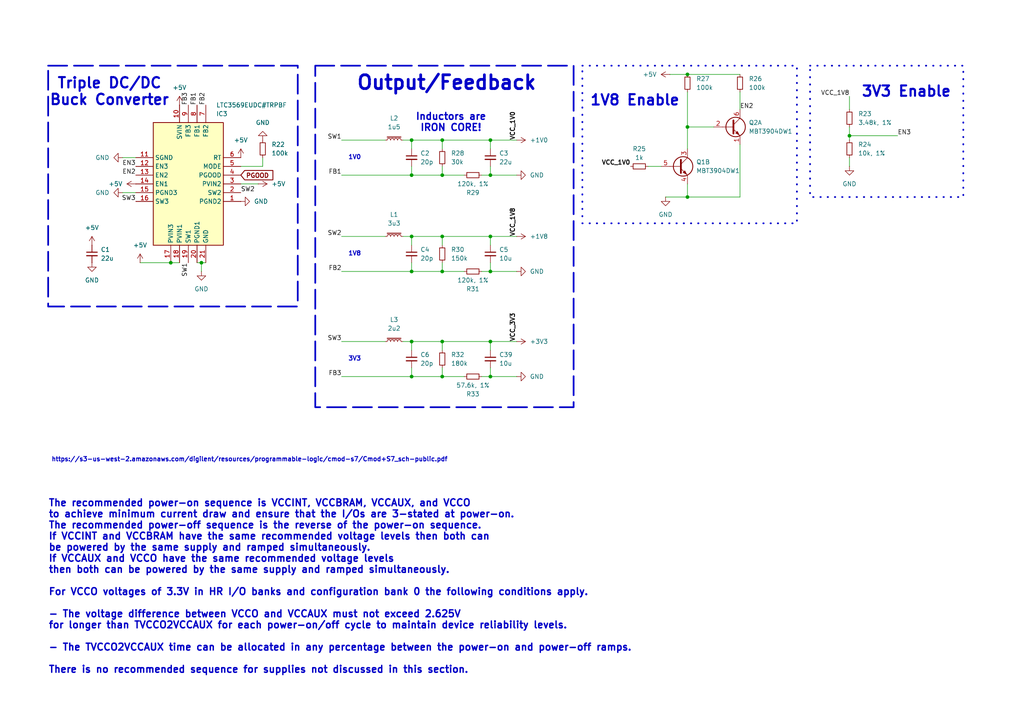
<source format=kicad_sch>
(kicad_sch (version 20231120) (generator "eeschema") (generator_version "8.0")
  (paper "A4")
  (title_block (company "University of Texas at Austin / Phoenix Semiconductor") (comment 1 "Connor Leu"))
  (lib_symbols
    (symbol "Device:C_Small" (pin_numbers hide) (pin_names (offset 0.254) hide)
      (property "Reference" "C" (at 0.254 1.778 0))
      (property "Value" "C_Small" (at 0.254 -2.032 0))
      (symbol "C_Small_0_1"
        (polyline (pts (xy -1.524 -0.508) (xy 1.524 -0.508)) (stroke (width 0.3302)))
        (polyline (pts (xy -1.524 0.508) (xy 1.524 0.508)) (stroke (width 0.3048)))
      )
      (symbol "C_Small_1_1"
        (pin passive line (at 0 2.54 270) (length 2.032) (name "~") (number "1"))
        (pin passive line (at 0 -2.54 90) (length 2.032) (name "~") (number "2"))
      )
    )
    (symbol "Device:L_Iron_Small" (pin_numbers hide) (pin_names (offset 0.254) hide)
      (property "Reference" "L" (at 1.27 1.016 0))
      (property "Value" "L_Iron_Small" (at 1.27 -1.27 0))
      (symbol "L_Iron_Small_0_1"
        (arc (start 0 -2.032) (mid 0.5058 -1.524) (end 0 -1.016))
        (arc (start 0 -1.016) (mid 0.5058 -0.508) (end 0 0))
        (polyline (pts (xy 0.762 2.032) (xy 0.762 -2.032)))
        (polyline (pts (xy 1.016 -2.032) (xy 1.016 2.032)))
        (arc (start 0 0) (mid 0.5058 0.508) (end 0 1.016))
        (arc (start 0 1.016) (mid 0.5058 1.524) (end 0 2.032))
      )
      (symbol "L_Iron_Small_1_1"
        (pin passive line (at 0 2.54 270) (length 0.508) (name "~") (number "1"))
        (pin passive line (at 0 -2.54 90) (length 0.508) (name "~") (number "2"))
      )
    )
    (symbol "Device:R_Small" (pin_numbers hide) (pin_names (offset 0.254) hide)
      (property "Reference" "R" (at 0.762 0.508 0))
      (property "Value" "R_Small" (at 0.762 -1.016 0))
      (symbol "R_Small_0_1"
        (rectangle (start -0.762 1.778) (end 0.762 -1.778) (stroke (width 0.2032)))
      )
      (symbol "R_Small_1_1"
        (pin passive line (at 0 2.54 270) (length 0.762) (name "~") (number "1"))
        (pin passive line (at 0 -2.54 90) (length 0.762) (name "~") (number "2"))
      )
    )
    (symbol "LTC-3569:LTC3569EUDC#TRPBF"
      (property "Reference" "IC" (at 26.67 17.78 0))
      (property "Value" "LTC3569EUDC#TRPBF" (at 26.67 15.24 0))
      (symbol "LTC3569EUDC#TRPBF_1_1"
        (rectangle (start 5.08 12.7) (end 25.4 -22.86) (stroke (width 0.254)) (fill (type background)))
        (pin passive line (at 0 0 0) (length 5.08) (name "PGND2") (number "1"))
        (pin passive line (at 17.78 -27.94 90) (length 5.08) (name "SVIN") (number "10"))
        (pin passive line (at 30.48 -12.7 180) (length 5.08) (name "SGND") (number "11"))
        (pin passive line (at 30.48 -10.16 180) (length 5.08) (name "EN3") (number "12"))
        (pin passive line (at 30.48 -7.62 180) (length 5.08) (name "EN2") (number "13"))
        (pin passive line (at 30.48 -5.08 180) (length 5.08) (name "EN1") (number "14"))
        (pin passive line (at 30.48 -2.54 180) (length 5.08) (name "PGND3") (number "15"))
        (pin passive line (at 30.48 0 180) (length 5.08) (name "SW3") (number "16"))
        (pin passive line (at 20.32 17.78 270) (length 5.08) (name "PVIN3") (number "17"))
        (pin passive line (at 17.78 17.78 270) (length 5.08) (name "PVIN1") (number "18"))
        (pin passive line (at 15.24 17.78 270) (length 5.08) (name "SW1") (number "19"))
        (pin passive line (at 0 -2.54 0) (length 5.08) (name "SW2") (number "2"))
        (pin passive line (at 12.7 17.78 270) (length 5.08) (name "PGND1") (number "20"))
        (pin passive line (at 10.16 17.78 270) (length 5.08) (name "GND") (number "21"))
        (pin passive line (at 0 -5.08 0) (length 5.08) (name "PVIN2") (number "3"))
        (pin passive line (at 0 -7.62 0) (length 5.08) (name "PGOOD") (number "4"))
        (pin passive line (at 0 -10.16 0) (length 5.08) (name "MODE") (number "5"))
        (pin passive line (at 0 -12.7 0) (length 5.08) (name "RT") (number "6"))
        (pin passive line (at 10.16 -27.94 90) (length 5.08) (name "FB2") (number "7"))
        (pin passive line (at 12.7 -27.94 90) (length 5.08) (name "FB1") (number "8"))
        (pin passive line (at 15.24 -27.94 90) (length 5.08) (name "FB3") (number "9"))
      )
    )
    (symbol "Transistor_BJT:MBT3904DW1" (pin_names (offset 0) hide)
      (property "Reference" "Q" (at 5.08 1.27 0))
      (property "Value" "MBT3904DW1" (at 5.08 -1.27 0))
      (symbol "MBT3904DW1_0_1"
        (polyline (pts (xy 0.635 0) (xy -2.54 0)))
        (polyline (pts (xy 0.635 0.635) (xy 2.54 2.54)))
        (polyline (pts (xy 0.635 -0.635) (xy 2.54 -2.54) (xy 2.54 -2.54)))
        (polyline (pts (xy 0.635 1.905) (xy 0.635 -1.905) (xy 0.635 -1.905)) (stroke (width 0.508)))
        (polyline (pts (xy 1.27 -1.778) (xy 1.778 -1.27) (xy 2.286 -2.286) (xy 1.27 -1.778) (xy 1.27 -1.778)) (fill (type outline)))
        (circle (center 1.27 0) (radius 2.8194) (stroke (width 0.254)))
      )
      (symbol "MBT3904DW1_1_1"
        (pin passive line (at 2.54 -5.08 90) (length 2.54) (name "E1") (number "1"))
        (pin input line (at -5.08 0 0) (length 2.54) (name "B1") (number "2"))
        (pin passive line (at 2.54 5.08 270) (length 2.54) (name "C1") (number "6"))
      )
      (symbol "MBT3904DW1_2_1"
        (pin passive line (at 2.54 5.08 270) (length 2.54) (name "C2") (number "3"))
        (pin passive line (at 2.54 -5.08 90) (length 2.54) (name "E2") (number "4"))
        (pin input line (at -5.08 0 0) (length 2.54) (name "B2") (number "5"))
      )
    )
    (symbol "power:+1V0" (power) (pin_numbers hide) (pin_names (offset 0) hide)
      (property "Value" "+1V0" (at 0 3.556 0))
      (symbol "+1V0_0_1"
        (polyline (pts (xy -0.762 1.27) (xy 0 2.54)))
        (polyline (pts (xy 0 0) (xy 0 2.54)))
        (polyline (pts (xy 0 2.54) (xy 0.762 1.27)))
      )
      (symbol "+1V0_1_1"
        (pin power_in line (at 0 0 90) (length 0) (name "~") (number "1"))
      )
    )
    (symbol "power:+1V8" (power) (pin_numbers hide) (pin_names (offset 0) hide)
      (property "Value" "+1V8" (at 0 3.556 0))
      (symbol "+1V8_0_1"
        (polyline (pts (xy -0.762 1.27) (xy 0 2.54)))
        (polyline (pts (xy 0 0) (xy 0 2.54)))
        (polyline (pts (xy 0 2.54) (xy 0.762 1.27)))
      )
      (symbol "+1V8_1_1"
        (pin power_in line (at 0 0 90) (length 0) (name "~") (number "1"))
      )
    )
    (symbol "power:+3V3" (power) (pin_numbers hide) (pin_names (offset 0) hide)
      (property "Value" "+3V3" (at 0 3.556 0))
      (symbol "+3V3_0_1"
        (polyline (pts (xy -0.762 1.27) (xy 0 2.54)))
        (polyline (pts (xy 0 0) (xy 0 2.54)))
        (polyline (pts (xy 0 2.54) (xy 0.762 1.27)))
      )
      (symbol "+3V3_1_1"
        (pin power_in line (at 0 0 90) (length 0) (name "~") (number "1"))
      )
    )
    (symbol "power:+5V" (power) (pin_numbers hide) (pin_names (offset 0) hide)
      (property "Value" "+5V" (at 0 3.556 0))
      (symbol "+5V_0_1"
        (polyline (pts (xy -0.762 1.27) (xy 0 2.54)))
        (polyline (pts (xy 0 0) (xy 0 2.54)))
        (polyline (pts (xy 0 2.54) (xy 0.762 1.27)))
      )
      (symbol "+5V_1_1"
        (pin power_in line (at 0 0 90) (length 0) (name "~") (number "1"))
      )
    )
    (symbol "power:GND" (power) (pin_numbers hide) (pin_names (offset 0) hide)
      (property "Value" "GND" (at 0 -3.81 0))
      (symbol "GND_0_1"
        (polyline (pts (xy 0 0) (xy 0 -1.27) (xy 1.27 -1.27) (xy 0 -2.54) (xy -1.27 -1.27) (xy 0 -1.27)))
      )
      (symbol "GND_1_1"
        (pin power_in line (at 0 0 270) (length 0) (name "~") (number "1"))
      )
    )
  )
  (junction (at 199.39 36.83))
  (junction (at 119.38 50.8))
  (junction (at 49.53 76.2))
  (junction (at 142.24 50.8))
  (junction (at 142.24 68.58))
  (junction (at 142.24 40.64))
  (junction (at 128.27 50.8))
  (junction (at 58.42 76.2))
  (junction (at 119.38 68.58))
  (junction (at 128.27 40.64))
  (junction (at 119.38 78.74))
  (junction (at 119.38 40.64))
  (junction (at 128.27 109.22))
  (junction (at 199.39 57.15))
  (junction (at 246.38 39.37))
  (junction (at 199.39 21.59))
  (junction (at 119.38 99.06))
  (junction (at 128.27 68.58))
  (junction (at 128.27 78.74))
  (junction (at 128.27 99.06))
  (junction (at 142.24 78.74))
  (junction (at 119.38 109.22))
  (junction (at 142.24 109.22))
  (junction (at 142.24 99.06))
  (wire (pts (xy 246.38 39.37) (xy 260.35 39.37)))
  (wire (pts (xy 119.38 48.26) (xy 119.38 50.8)))
  (wire (pts (xy 199.39 36.83) (xy 199.39 43.18)))
  (wire (pts (xy 35.56 55.88) (xy 39.37 55.88)))
  (wire (pts (xy 199.39 21.59) (xy 214.63 21.59)))
  (wire (pts (xy 199.39 53.34) (xy 199.39 57.15)))
  (wire (pts (xy 119.38 109.22) (xy 99.06 109.22)))
  (wire (pts (xy 142.24 109.22) (xy 149.86 109.22)))
  (wire (pts (xy 134.62 78.74) (xy 128.27 78.74)))
  (wire (pts (xy 142.24 106.68) (xy 142.24 109.22)))
  (wire (pts (xy 128.27 78.74) (xy 119.38 78.74)))
  (wire (pts (xy 134.62 109.22) (xy 128.27 109.22)))
  (wire (pts (xy 40.64 76.2) (xy 49.53 76.2)))
  (wire (pts (xy 119.38 40.64) (xy 119.38 43.18)))
  (wire (pts (xy 128.27 99.06) (xy 142.24 99.06)))
  (wire (pts (xy 214.63 57.15) (xy 199.39 57.15)))
  (wire (pts (xy 142.24 78.74) (xy 149.86 78.74)))
  (wire (pts (xy 246.38 45.72) (xy 246.38 48.26)))
  (wire (pts (xy 142.24 50.8) (xy 149.86 50.8)))
  (wire (pts (xy 142.24 40.64) (xy 149.86 40.64)))
  (wire (pts (xy 69.85 53.34) (xy 74.93 53.34)))
  (wire (pts (xy 246.38 39.37) (xy 246.38 40.64)))
  (wire (pts (xy 69.85 48.26) (xy 76.2 48.26)))
  (wire (pts (xy 194.31 21.59) (xy 199.39 21.59)))
  (wire (pts (xy 134.62 50.8) (xy 128.27 50.8)))
  (wire (pts (xy 199.39 26.67) (xy 199.39 36.83)))
  (wire (pts (xy 119.38 78.74) (xy 99.06 78.74)))
  (wire (pts (xy 128.27 50.8) (xy 119.38 50.8)))
  (wire (pts (xy 119.38 50.8) (xy 99.06 50.8)))
  (wire (pts (xy 246.38 36.83) (xy 246.38 39.37)))
  (wire (pts (xy 119.38 99.06) (xy 128.27 99.06)))
  (wire (pts (xy 142.24 68.58) (xy 142.24 71.12)))
  (wire (pts (xy 57.15 76.2) (xy 58.42 76.2)))
  (wire (pts (xy 128.27 99.06) (xy 128.27 101.6)))
  (wire (pts (xy 128.27 40.64) (xy 128.27 43.18)))
  (wire (pts (xy 119.38 106.68) (xy 119.38 109.22)))
  (wire (pts (xy 128.27 40.64) (xy 142.24 40.64)))
  (wire (pts (xy 119.38 68.58) (xy 119.38 71.12)))
  (wire (pts (xy 58.42 76.2) (xy 59.69 76.2)))
  (wire (pts (xy 193.04 57.15) (xy 199.39 57.15)))
  (wire (pts (xy 246.38 27.94) (xy 246.38 31.75)))
  (wire (pts (xy 58.42 76.2) (xy 58.42 78.74)))
  (wire (pts (xy 99.06 68.58) (xy 111.76 68.58)))
  (wire (pts (xy 142.24 99.06) (xy 142.24 101.6)))
  (wire (pts (xy 142.24 109.22) (xy 139.7 109.22)))
  (wire (pts (xy 119.38 76.2) (xy 119.38 78.74)))
  (wire (pts (xy 116.84 68.58) (xy 119.38 68.58)))
  (wire (pts (xy 199.39 36.83) (xy 207.01 36.83)))
  (wire (pts (xy 142.24 50.8) (xy 139.7 50.8)))
  (wire (pts (xy 142.24 68.58) (xy 149.86 68.58)))
  (wire (pts (xy 142.24 48.26) (xy 142.24 50.8)))
  (wire (pts (xy 116.84 99.06) (xy 119.38 99.06)))
  (wire (pts (xy 214.63 41.91) (xy 214.63 57.15)))
  (wire (pts (xy 128.27 76.2) (xy 128.27 78.74)))
  (wire (pts (xy 214.63 26.67) (xy 214.63 31.75)))
  (wire (pts (xy 142.24 99.06) (xy 149.86 99.06)))
  (wire (pts (xy 128.27 109.22) (xy 119.38 109.22)))
  (wire (pts (xy 99.06 40.64) (xy 111.76 40.64)))
  (wire (pts (xy 128.27 48.26) (xy 128.27 50.8)))
  (wire (pts (xy 116.84 40.64) (xy 119.38 40.64)))
  (wire (pts (xy 49.53 76.2) (xy 52.07 76.2)))
  (wire (pts (xy 142.24 40.64) (xy 142.24 43.18)))
  (wire (pts (xy 128.27 68.58) (xy 142.24 68.58)))
  (wire (pts (xy 119.38 99.06) (xy 119.38 101.6)))
  (wire (pts (xy 187.96 48.26) (xy 191.77 48.26)))
  (wire (pts (xy 119.38 40.64) (xy 128.27 40.64)))
  (wire (pts (xy 119.38 68.58) (xy 128.27 68.58)))
  (wire (pts (xy 76.2 48.26) (xy 76.2 45.72)))
  (wire (pts (xy 128.27 106.68) (xy 128.27 109.22)))
  (wire (pts (xy 35.56 45.72) (xy 39.37 45.72)))
  (wire (pts (xy 99.06 99.06) (xy 111.76 99.06)))
  (wire (pts (xy 142.24 76.2) (xy 142.24 78.74)))
  (wire (pts (xy 128.27 68.58) (xy 128.27 71.12)))
  (wire (pts (xy 142.24 78.74) (xy 139.7 78.74)))
  (rectangle (start 234.95 19.05) (end 279.4 57.15) (stroke (width 0.5) (type dot)))
  (rectangle (start 91.44 19.05) (end 166.37 118.11) (stroke (width 0.5) (type dash)))
  (rectangle (start 168.91 19.05) (end 231.14 64.77) (stroke (width 0.5) (type dot)))
  (rectangle (start 13.97 19.05) (end 86.36 88.9) (stroke (width 0.5) (type dash)))
  (text "3V3 Enable" (at 262.89 26.67 0) (effects (font (size 3 3) (thickness 0.6) (bold yes))))
  (text "3V3" (at 102.87 104.14 0) (effects (font (size 1.27 1.27) (bold yes))))
  (text "Triple DC/DC\nBuck Converter" (at 31.75 26.67 0) (effects (font (size 3 3) (bold yes))))
  (text "The recommended power-on sequence is VCCINT, VCCBRAM, VCCAUX, and VCCO\nto achieve minimum current draw and ensure that the I/Os are 3-stated at power-on.\nThe recommended power-off sequence is the reverse of the power-on sequence.\nIf VCCINT and VCCBRAM have the same recommended voltage levels then both can\nbe powered by the same supply and ramped simultaneously.\nIf VCCAUX and VCCO have the same recommended voltage levels\nthen both can be powered by the same supply and ramped simultaneously.\n\nFor VCCO voltages of 3.3V in HR I/O banks and configuration bank 0 the following conditions apply.\n\n- The voltage difference between VCCO and VCCAUX must not exceed 2.625V\nfor longer than TVCCO2VCCAUX for each power-on/off cycle to maintain device reliability levels.\n\n- The TVCCO2VCCAUX time can be allocated in any percentage between the power-on and power-off ramps.\n\nThere is no recommended sequence for supplies not discussed in this section." (at 13.97 170.18 0) (effects (font (size 2 2) (bold yes)) (justify left)))
  (text "1V0" (at 102.87 45.72 0) (effects (font (size 1.27 1.27) (bold yes))))
  (text "1V8" (at 102.87 73.66 0) (effects (font (size 1.27 1.27) (bold yes))))
  (text "Inductors are\nIRON CORE!" (at 130.81 35.56 0) (effects (font (size 2 2) (bold yes))))
  (text "https://s3-us-west-2.amazonaws.com/digilent/resources/programmable-logic/cmod-s7/Cmod+S7_sch-public.pdf" (at 72.39 133.35 0) (effects (font (size 1.27 1.27) (bold yes))))
  (text "Output/Feedback" (at 129.54 24.13 0) (effects (font (size 4 4) (bold yes))))
  (text "1V8 Enable" (at 184.15 29.21 0) (effects (font (size 3 3) (bold yes))))
  (label "FB3" (at 99.06 109.22 180))
  (label "VCC_3V3" (at 149.86 99.06 90) (effects (font (bold yes))))
  (label "SW3" (at 39.37 58.42 180))
  (label "FB1" (at 57.15 30.48 90))
  (label "EN2" (at 39.37 50.8 180))
  (label "VCC_1V8" (at 246.38 27.94 180))
  (label "FB3" (at 54.61 30.48 90))
  (label "VCC_1V0" (at 149.86 40.64 90) (effects (font (bold yes))))
  (label "VCC_1V0" (at 182.88 48.26 180) (effects (font (bold yes))))
  (label "SW2" (at 69.85 55.88 0))
  (label "VCC_1V8" (at 149.86 68.58 90) (effects (font (bold yes))))
  (label "SW2" (at 99.06 68.58 180))
  (label "SW1" (at 99.06 40.64 180))
  (label "EN3" (at 39.37 48.26 180))
  (label "SW1" (at 54.61 76.2 270))
  (label "FB2" (at 99.06 78.74 180))
  (label "SW3" (at 99.06 99.06 180))
  (label "EN3" (at 260.35 39.37 0))
  (label "FB1" (at 99.06 50.8 180))
  (label "EN2" (at 214.63 31.75 0))
  (label "FB2" (at 59.69 30.48 90))
  (global_label "PGOOD" (shape input) (at 69.85 50.8 0) (effects (font (bold yes))) (property "Intersheetrefs" "${INTERSHEET_REFS}" (effects (hide yes))))
  (symbol (lib_id "Device:L_Iron_Small") (at 114.3 99.06 90) (unit 1)
    (property "Reference" "L3" (at 114.3 92.71 90))
    (property "Value" "2u2" (at 114.3 95.25 90))
    (property "Footprint" "Capacitor_SMD:C_0201_0603Metric" (effects (hide yes)))
    (property "Description" "Inductor with iron core, small symbol" (effects (hide yes)))
  )
  (symbol (lib_id "power:GND") (at 246.38 48.26 0) (unit 1)
    (property "Reference" "#PWR0133" (effects (hide yes)))
    (property "Value" "GND" (at 246.38 53.34 0))
    (property "Description" "Power symbol creates a global label with name \"GND\" , ground" (effects (hide yes)))
  )
  (symbol (lib_id "Device:R_Small") (at 128.27 73.66 0) (unit 1)
    (property "Reference" "R30" (at 130.81 72.3899 0) (effects (justify left)))
    (property "Value" "150k" (at 130.81 74.9299 0) (effects (justify left)))
    (property "Footprint" "Resistor_SMD:R_0201_0603Metric" (effects (hide yes)))
    (property "Description" "Resistor, small symbol" (effects (hide yes)))
  )
  (symbol (lib_id "power:+3V3") (at 149.86 99.06 270) (unit 1)
    (property "Reference" "#PWR0140" (effects (hide yes)))
    (property "Value" "+3V3" (at 153.67 99.0599 90) (effects (justify left)))
    (property "Description" "Power symbol creates a global label with name \"+3V3\"" (effects (hide yes)))
  )
  (symbol (lib_id "power:GND") (at 35.56 55.88 270) (unit 1)
    (property "Reference" "#PWR07" (effects (hide yes)))
    (property "Value" "GND" (at 31.75 55.8799 90) (effects (justify right)))
    (property "Description" "Power symbol creates a global label with name \"GND\" , ground" (effects (hide yes)))
  )
  (symbol (lib_id "power:+1V8") (at 149.86 68.58 270) (unit 1)
    (property "Reference" "#PWR0138" (effects (hide yes)))
    (property "Value" "+1V8" (at 153.67 68.5799 90) (effects (justify left)))
    (property "Description" "Power symbol creates a global label with name \"+1V8\"" (effects (hide yes)))
  )
  (symbol (lib_id "power:GND") (at 58.42 78.74 0) (unit 1)
    (property "Reference" "#PWR05" (effects (hide yes)))
    (property "Value" "GND" (at 58.42 83.82 0))
    (property "Description" "Power symbol creates a global label with name \"GND\" , ground" (effects (hide yes)))
  )
  (symbol (lib_id "LTC-3569:LTC3569EUDC#TRPBF") (at 69.85 58.42 180) (unit 1)
    (property "Reference" "IC3" (at 62.7065 33.02 0) (effects (justify right)))
    (property "Value" "LTC3569EUDC#TRPBF" (at 62.7065 30.48 0) (effects (justify right)))
    (property "Footprint" "hardware:QFN50P300X400X80-21N-D" (effects (hide yes)))
    (property "Datasheet" "https://www.analog.com/media/en/technical-documentation/data-sheets/3569fe.pdf" (effects (hide yes)))
    (property "Description" "Switching Voltage Regulators Programmable 1.2A and 2X600mA, Triple Buck Regulator" (effects (hide yes)))
    (property "Height" "0.8" (effects (hide yes)))
    (property "Mouser Part Number" "584-LTC3569EUDCTRPBF" (effects (hide yes)))
    (property "Mouser Price/Stock" "https://www.mouser.co.uk/ProductDetail/Analog-Devices/LTC3569EUDCTRPBF?qs=hVkxg5c3xu%2Fr3095TifTJg%3D%3D" (effects (hide yes)))
    (property "Manufacturer_Name" "Analog Devices" (effects (hide yes)))
    (property "Manufacturer_Part_Number" "LTC3569EUDC#TRPBF" (effects (hide yes)))
  )
  (symbol (lib_id "power:GND") (at 149.86 50.8 90) (unit 1)
    (property "Reference" "#PWR0137" (effects (hide yes)))
    (property "Value" "GND" (at 153.67 50.7999 90) (effects (justify right)))
    (property "Description" "Power symbol creates a global label with name \"GND\" , ground" (effects (hide yes)))
  )
  (symbol (lib_id "Device:C_Small") (at 142.24 73.66 0) (unit 1)
    (property "Reference" "C5" (at 144.78 72.3962 0) (effects (justify left)))
    (property "Value" "10u" (at 144.78 74.9362 0) (effects (justify left)))
    (property "Footprint" "Capacitor_SMD:C_0201_0603Metric" (effects (hide yes)))
    (property "Description" "Unpolarized capacitor, small symbol" (effects (hide yes)))
  )
  (symbol (lib_id "power:GND") (at 149.86 78.74 90) (unit 1)
    (property "Reference" "#PWR0139" (effects (hide yes)))
    (property "Value" "GND" (at 153.67 78.7399 90) (effects (justify right)))
    (property "Description" "Power symbol creates a global label with name \"GND\" , ground" (effects (hide yes)))
  )
  (symbol (lib_id "power:+5V") (at 194.31 21.59 90) (unit 1)
    (property "Reference" "#PWR0135" (effects (hide yes)))
    (property "Value" "+5V" (at 190.5 21.5899 90) (effects (justify left)))
    (property "Description" "Power symbol creates a global label with name \"+5V\"" (effects (hide yes)))
  )
  (symbol (lib_id "power:GND") (at 26.67 76.2 0) (unit 1)
    (property "Reference" "#PWR09" (effects (hide yes)))
    (property "Value" "GND" (at 26.67 81.28 0))
    (property "Description" "Power symbol creates a global label with name \"GND\" , ground" (effects (hide yes)))
  )
  (symbol (lib_id "Device:C_Small") (at 119.38 104.14 0) (unit 1)
    (property "Reference" "C6" (at 121.92 102.8762 0) (effects (justify left)))
    (property "Value" "20p" (at 121.92 105.4162 0) (effects (justify left)))
    (property "Footprint" "Capacitor_SMD:C_0201_0603Metric" (effects (hide yes)))
    (property "Description" "Unpolarized capacitor, small symbol" (effects (hide yes)))
  )
  (symbol (lib_id "power:+5V") (at 69.85 45.72 0) (unit 1)
    (property "Reference" "#PWR010" (effects (hide yes)))
    (property "Value" "+5V" (at 69.85 40.64 0))
    (property "Description" "Power symbol creates a global label with name \"+5V\"" (effects (hide yes)))
  )
  (symbol (lib_id "Device:L_Iron_Small") (at 114.3 40.64 90) (unit 1)
    (property "Reference" "L2" (at 114.3 34.29 90))
    (property "Value" "1u5" (at 114.3 36.83 90))
    (property "Footprint" "Capacitor_SMD:C_0201_0603Metric" (effects (hide yes)))
    (property "Description" "Inductor with iron core, small symbol" (effects (hide yes)))
  )
  (symbol (lib_id "power:+1V0") (at 149.86 40.64 270) (unit 1)
    (property "Reference" "#PWR0136" (effects (hide yes)))
    (property "Value" "+1V0" (at 153.67 40.6399 90) (effects (justify left)))
    (property "Description" "Power symbol creates a global label with name \"+1V0\"" (effects (hide yes)))
  )
  (symbol (lib_id "Device:R_Small") (at 199.39 24.13 0) (unit 1)
    (property "Reference" "R27" (at 201.93 22.8599 0) (effects (justify left)))
    (property "Value" "100k" (at 201.93 25.3999 0) (effects (justify left)))
    (property "Footprint" "Resistor_SMD:R_0201_0603Metric" (effects (hide yes)))
    (property "Description" "Resistor, small symbol" (effects (hide yes)))
  )
  (symbol (lib_id "Device:C_Small") (at 142.24 45.72 0) (unit 1)
    (property "Reference" "C3" (at 144.78 44.4562 0) (effects (justify left)))
    (property "Value" "22u" (at 144.78 46.9962 0) (effects (justify left)))
    (property "Footprint" "Capacitor_SMD:C_0201_0603Metric" (effects (hide yes)))
    (property "Description" "Unpolarized capacitor, small symbol" (effects (hide yes)))
  )
  (symbol (lib_id "power:GND") (at 69.85 58.42 90) (unit 1)
    (property "Reference" "#PWR012" (effects (hide yes)))
    (property "Value" "GND" (at 73.66 58.4199 90) (effects (justify right)))
    (property "Description" "Power symbol creates a global label with name \"GND\" , ground" (effects (hide yes)))
  )
  (symbol (lib_id "Device:R_Small") (at 185.42 48.26 90) (unit 1)
    (property "Reference" "R25" (at 185.42 43.18 90))
    (property "Value" "1k" (at 185.42 45.72 90))
    (property "Footprint" "Resistor_SMD:R_0201_0603Metric" (effects (hide yes)))
    (property "Description" "Resistor, small symbol" (effects (hide yes)))
  )
  (symbol (lib_id "Device:R_Small") (at 137.16 109.22 90) (mirror x) (unit 1)
    (property "Reference" "R33" (at 137.16 114.3 90))
    (property "Value" "57.6k, 1%" (at 137.16 111.76 90))
    (property "Footprint" "Resistor_SMD:R_0201_0603Metric" (effects (hide yes)))
    (property "Description" "Resistor, small symbol" (effects (hide yes)))
  )
  (symbol (lib_id "Device:R_Small") (at 246.38 34.29 0) (unit 1)
    (property "Reference" "R23" (at 248.92 33.0199 0) (effects (justify left)))
    (property "Value" "3.48k, 1%" (at 248.92 35.5599 0) (effects (justify left)))
    (property "Footprint" "Resistor_SMD:R_0201_0603Metric" (effects (hide yes)))
    (property "Description" "Resistor, small symbol" (effects (hide yes)))
  )
  (symbol (lib_id "Device:R_Small") (at 214.63 24.13 0) (unit 1)
    (property "Reference" "R26" (at 217.17 22.8599 0) (effects (justify left)))
    (property "Value" "100k" (at 217.17 25.3999 0) (effects (justify left)))
    (property "Footprint" "Resistor_SMD:R_0201_0603Metric" (effects (hide yes)))
    (property "Description" "Resistor, small symbol" (effects (hide yes)))
  )
  (symbol (lib_id "Device:C_Small") (at 142.24 104.14 0) (unit 1)
    (property "Reference" "C39" (at 144.78 102.8762 0) (effects (justify left)))
    (property "Value" "10u" (at 144.78 105.4162 0) (effects (justify left)))
    (property "Footprint" "Capacitor_SMD:C_0201_0603Metric" (effects (hide yes)))
    (property "Description" "Unpolarized capacitor, small symbol" (effects (hide yes)))
  )
  (symbol (lib_id "Device:C_Small") (at 26.67 73.66 0) (unit 1)
    (property "Reference" "C1" (at 29.21 72.3962 0) (effects (justify left)))
    (property "Value" "22u" (at 29.21 74.9362 0) (effects (justify left)))
    (property "Footprint" "Capacitor_SMD:C_0201_0603Metric" (effects (hide yes)))
    (property "Description" "Unpolarized capacitor, small symbol" (effects (hide yes)))
  )
  (symbol (lib_id "power:+5V") (at 26.67 71.12 0) (unit 1)
    (property "Reference" "#PWR08" (effects (hide yes)))
    (property "Value" "+5V" (at 26.67 66.04 0))
    (property "Description" "Power symbol creates a global label with name \"+5V\"" (effects (hide yes)))
  )
  (symbol (lib_id "Device:R_Small") (at 246.38 43.18 0) (unit 1)
    (property "Reference" "R24" (at 248.8813 41.9099 0) (effects (justify left)))
    (property "Value" "10k, 1%" (at 248.8813 44.4499 0) (effects (justify left)))
    (property "Footprint" "Resistor_SMD:R_0201_0603Metric" (effects (hide yes)))
    (property "Description" "Resistor, small symbol" (effects (hide yes)))
  )
  (symbol (lib_id "Device:R_Small") (at 137.16 78.74 90) (mirror x) (unit 1)
    (property "Reference" "R31" (at 137.16 83.82 90))
    (property "Value" "120k, 1%" (at 137.16 81.28 90))
    (property "Footprint" "Resistor_SMD:R_0201_0603Metric" (effects (hide yes)))
    (property "Description" "Resistor, small symbol" (effects (hide yes)))
  )
  (symbol (lib_id "Transistor_BJT:MBT3904DW1") (at 196.85 48.26 0) (unit 2)
    (property "Reference" "Q1" (at 201.93 46.9899 0) (effects (justify left)))
    (property "Value" "MBT3904DW1" (at 201.93 49.5299 0) (effects (justify left)))
    (property "Footprint" "Package_TO_SOT_SMD:SOT-363_SC-70-6" (effects (hide yes)))
    (property "Datasheet" "http://www.onsemi.com/pub_link/Collateral/MBT3904DW1T1-D.PDF" (effects (hide yes)))
    (property "Description" "200mA IC, 40V Vce, Dual NPN/NPN Transistors, SOT-363" (effects (hide yes)))
  )
  (symbol (lib_id "power:+5V") (at 74.93 53.34 270) (unit 1)
    (property "Reference" "#PWR0132" (effects (hide yes)))
    (property "Value" "+5V" (at 78.74 53.3399 90) (effects (justify left)))
    (property "Description" "Power symbol creates a global label with name \"+5V\"" (effects (hide yes)))
  )
  (symbol (lib_id "Device:R_Small") (at 128.27 104.14 0) (unit 1)
    (property "Reference" "R32" (at 130.81 102.8699 0) (effects (justify left)))
    (property "Value" "180k" (at 130.81 105.4099 0) (effects (justify left)))
    (property "Footprint" "Resistor_SMD:R_0201_0603Metric" (effects (hide yes)))
    (property "Description" "Resistor, small symbol" (effects (hide yes)))
  )
  (symbol (lib_id "Device:R_Small") (at 76.2 43.18 0) (unit 1)
    (property "Reference" "R22" (at 78.74 41.9099 0) (effects (justify left)))
    (property "Value" "100k" (at 78.74 44.4499 0) (effects (justify left)))
    (property "Footprint" "Resistor_SMD:R_0201_0603Metric" (effects (hide yes)))
    (property "Description" "Resistor, small symbol" (effects (hide yes)))
  )
  (symbol (lib_id "Device:R_Small") (at 137.16 50.8 90) (mirror x) (unit 1)
    (property "Reference" "R29" (at 137.16 55.88 90))
    (property "Value" "120k, 1%" (at 137.16 53.34 90))
    (property "Footprint" "Resistor_SMD:R_0201_0603Metric" (effects (hide yes)))
    (property "Description" "Resistor, small symbol" (effects (hide yes)))
  )
  (symbol (lib_id "Transistor_BJT:MBT3904DW1") (at 212.09 36.83 0) (unit 1)
    (property "Reference" "Q2" (at 217.17 35.5599 0) (effects (justify left)))
    (property "Value" "MBT3904DW1" (at 217.17 38.0999 0) (effects (justify left)))
    (property "Footprint" "Package_TO_SOT_SMD:SOT-363_SC-70-6" (effects (hide yes)))
    (property "Datasheet" "http://www.onsemi.com/pub_link/Collateral/MBT3904DW1T1-D.PDF" (effects (hide yes)))
    (property "Description" "200mA IC, 40V Vce, Dual NPN/NPN Transistors, SOT-363" (effects (hide yes)))
  )
  (symbol (lib_id "Device:L_Iron_Small") (at 114.3 68.58 90) (unit 1)
    (property "Reference" "L1" (at 114.3 62.23 90))
    (property "Value" "3u3" (at 114.3 64.77 90))
    (property "Footprint" "Capacitor_SMD:C_0201_0603Metric" (effects (hide yes)))
    (property "Description" "Inductor with iron core, small symbol" (effects (hide yes)))
  )
  (symbol (lib_id "power:GND") (at 35.56 45.72 270) (unit 1)
    (property "Reference" "#PWR06" (effects (hide yes)))
    (property "Value" "GND" (at 31.75 45.7199 90) (effects (justify right)))
    (property "Description" "Power symbol creates a global label with name \"GND\" , ground" (effects (hide yes)))
  )
  (symbol (lib_id "power:+5V") (at 52.07 30.48 0) (unit 1)
    (property "Reference" "#PWR03" (effects (hide yes)))
    (property "Value" "+5V" (at 52.07 25.4 0))
    (property "Description" "Power symbol creates a global label with name \"+5V\"" (effects (hide yes)))
  )
  (symbol (lib_id "Device:R_Small") (at 128.27 45.72 0) (unit 1)
    (property "Reference" "R28" (at 130.81 44.4499 0) (effects (justify left)))
    (property "Value" "30k" (at 130.81 46.9899 0) (effects (justify left)))
    (property "Footprint" "Resistor_SMD:R_0201_0603Metric" (effects (hide yes)))
    (property "Description" "Resistor, small symbol" (effects (hide yes)))
  )
  (symbol (lib_id "power:+5V") (at 40.64 76.2 0) (unit 1)
    (property "Reference" "#PWR04" (effects (hide yes)))
    (property "Value" "+5V" (at 40.64 71.12 0))
    (property "Description" "Power symbol creates a global label with name \"+5V\"" (effects (hide yes)))
  )
  (symbol (lib_id "power:GND") (at 149.86 109.22 90) (unit 1)
    (property "Reference" "#PWR0141" (effects (hide yes)))
    (property "Value" "GND" (at 153.67 109.2199 90) (effects (justify right)))
    (property "Description" "Power symbol creates a global label with name \"GND\" , ground" (effects (hide yes)))
  )
  (symbol (lib_id "Device:C_Small") (at 119.38 73.66 0) (unit 1)
    (property "Reference" "C4" (at 121.92 72.3962 0) (effects (justify left)))
    (property "Value" "20p" (at 121.92 74.9362 0) (effects (justify left)))
    (property "Footprint" "Capacitor_SMD:C_0201_0603Metric" (effects (hide yes)))
    (property "Description" "Unpolarized capacitor, small symbol" (effects (hide yes)))
  )
  (symbol (lib_id "power:GND") (at 193.04 57.15 0) (unit 1)
    (property "Reference" "#PWR0134" (effects (hide yes)))
    (property "Value" "GND" (at 193.04 62.23 0))
    (property "Description" "Power symbol creates a global label with name \"GND\" , ground" (effects (hide yes)))
  )
  (symbol (lib_id "power:+5V") (at 39.37 53.34 90) (unit 1)
    (property "Reference" "#PWR011" (effects (hide yes)))
    (property "Value" "+5V" (at 35.56 53.3399 90) (effects (justify left)))
    (property "Description" "Power symbol creates a global label with name \"+5V\"" (effects (hide yes)))
  )
  (symbol (lib_id "power:GND") (at 76.2 40.64 180) (unit 1)
    (property "Reference" "#PWR013" (effects (hide yes)))
    (property "Value" "GND" (at 76.2 35.56 0))
    (property "Description" "Power symbol creates a global label with name \"GND\" , ground" (effects (hide yes)))
  )
  (symbol (lib_id "Device:C_Small") (at 119.38 45.72 0) (unit 1)
    (property "Reference" "C2" (at 121.92 44.4562 0) (effects (justify left)))
    (property "Value" "20p" (at 121.92 46.9962 0) (effects (justify left)))
    (property "Footprint" "Capacitor_SMD:C_0201_0603Metric" (effects (hide yes)))
    (property "Description" "Unpolarized capacitor, small symbol" (effects (hide yes)))
  )
)
</source>
